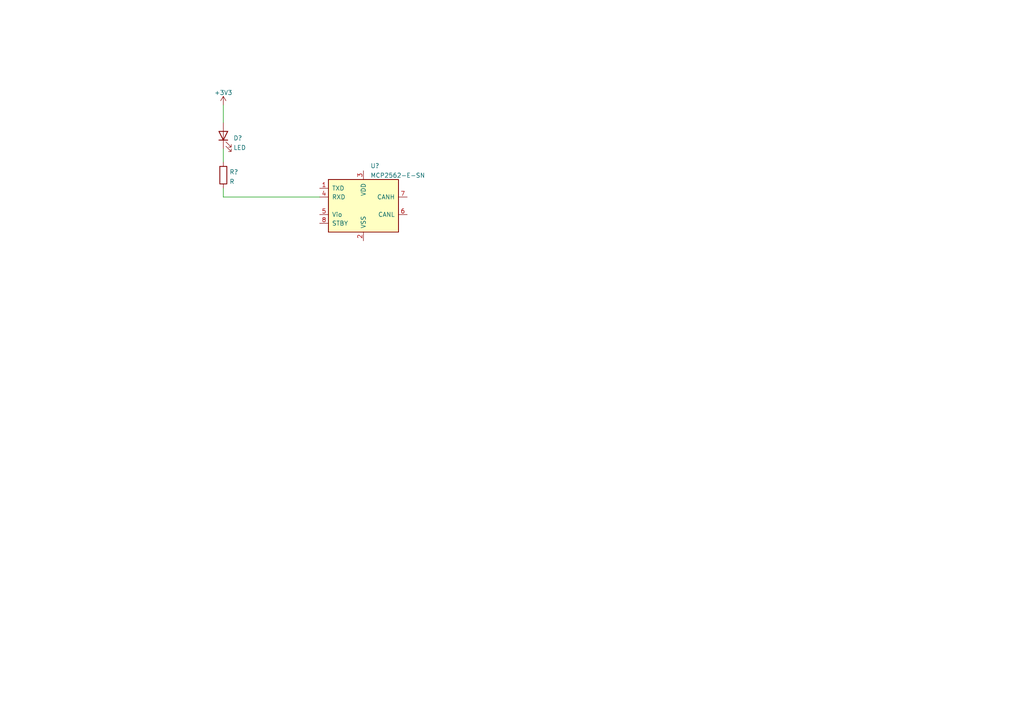
<source format=kicad_sch>
(kicad_sch (version 20211123) (generator eeschema)
  (paper "A4")
  (lib_symbols
    (symbol "Device:LED" (pin_numbers hide) (pin_names (offset 1.016) hide)
      (property "Reference" "D" (at 0 2.54 0))
      (property "Value" "LED" (at 0 -2.54 0))
      (symbol "LED_0_1"
        (polyline (pts (xy -1.27 -1.27) (xy -1.27 1.27)) (stroke (width 0.254)))
        (polyline (pts (xy -1.27 0) (xy 1.27 0)))
        (polyline (pts (xy 1.27 -1.27) (xy 1.27 1.27) (xy -1.27 0) (xy 1.27 -1.27)) (stroke (width 0.254)))
        (polyline (pts (xy -3.048 -0.762) (xy -4.572 -2.286) (xy -3.81 -2.286) (xy -4.572 -2.286) (xy -4.572 -1.524)))
        (polyline (pts (xy -1.778 -0.762) (xy -3.302 -2.286) (xy -2.54 -2.286) (xy -3.302 -2.286) (xy -3.302 -1.524)))
      )
      (symbol "LED_1_1"
        (pin passive line (at -3.81 0 0) (length 2.54) (name "K") (number "1"))
        (pin passive line (at 3.81 0 180) (length 2.54) (name "A") (number "2"))
      )
    )
    (symbol "Device:R" (pin_numbers hide) (pin_names (offset 0))
      (property "Reference" "R" (at 2.032 0 90))
      (property "Value" "R" (at 0 0 90))
      (symbol "R_0_1"
        (rectangle (start -1.016 -2.54) (end 1.016 2.54) (stroke (width 0.254)))
      )
      (symbol "R_1_1"
        (pin passive line (at 0 3.81 270) (length 1.27) (name "~") (number "1"))
        (pin passive line (at 0 -3.81 90) (length 1.27) (name "~") (number "2"))
      )
    )
    (symbol "Interface_CAN_LIN:MCP2562-E-SN" (pin_names (offset 1.016))
      (property "Reference" "U" (at -10.16 8.89 0))
      (property "Value" "MCP2562-E-SN" (at 2.54 8.89 0))
      (symbol "MCP2562-E-SN_0_1"
        (rectangle (start -10.16 7.62) (end 10.16 -7.62) (stroke (width 0.254)) (fill (type background)))
      )
      (symbol "MCP2562-E-SN_1_1"
        (pin input line (at -12.7 5.08 0) (length 2.54) (name "TXD") (number "1"))
        (pin power_in line (at 0 -10.16 90) (length 2.54) (name "VSS") (number "2"))
        (pin power_in line (at 0 10.16 270) (length 2.54) (name "VDD") (number "3"))
        (pin output line (at -12.7 2.54 0) (length 2.54) (name "RXD") (number "4"))
        (pin power_in line (at -12.7 -2.54 0) (length 2.54) (name "Vio") (number "5"))
        (pin bidirectional line (at 12.7 -2.54 180) (length 2.54) (name "CANL") (number "6"))
        (pin bidirectional line (at 12.7 2.54 180) (length 2.54) (name "CANH") (number "7"))
        (pin input line (at -12.7 -5.08 0) (length 2.54) (name "STBY") (number "8"))
      )
    )
    (symbol "power:+3.3V" (power) (pin_names (offset 0))
      (property "Value" "+3.3V" (at 0 3.556 0))
      (symbol "+3.3V_0_1"
        (polyline (pts (xy -0.762 1.27) (xy 0 2.54)))
        (polyline (pts (xy 0 0) (xy 0 2.54)))
        (polyline (pts (xy 0 2.54) (xy 0.762 1.27)))
      )
      (symbol "+3.3V_1_1"
        (pin power_in line (at 0 0 90) (length 0) hide (name "+3V3") (number "1"))
      )
    )
  )
  (wire (pts (xy 64.77 43.18) (xy 64.77 46.99)))
  (wire (pts (xy 64.77 30.48) (xy 64.77 35.56)))
  (wire (pts (xy 64.77 57.15) (xy 92.71 57.15)))
  (wire (pts (xy 64.77 57.15) (xy 64.77 54.61)))
  (symbol (lib_id "Device:R") (at 64.77 50.8 0) (unit 1)
    (property "Reference" "R?" (at 66.548 49.8915 0) (effects (justify left)))
    (property "Value" "R" (at 66.548 52.6666 0) (effects (justify left)))
  )
  (symbol (lib_id "Interface_CAN_LIN:MCP2562-E-SN") (at 105.41 59.69 0) (unit 1)
    (property "Reference" "U?" (at 107.4294 48.1035 0) (effects (justify left)))
    (property "Value" "MCP2562-E-SN" (at 107.4294 50.8786 0) (effects (justify left)))
    (property "Footprint" "Package_SO:SOIC-8_3.9x4.9mm_P1.27mm" (effects hide))
    (property "Datasheet" "http://ww1.microchip.com/downloads/en/DeviceDoc/25167A.pdf" (effects hide))
  )
  (symbol (lib_id "power:+3.3V") (at 64.77 30.48 0) (unit 1)
    (property "Reference" "#PWR?" (effects hide))
    (property "Value" "+3.3V" (at 64.77 26.8755 0))
  )
  (symbol (lib_id "Device:LED") (at 64.77 39.37 90) (unit 1)
    (property "Reference" "D?" (at 67.691 40.049 90) (effects (justify right)))
    (property "Value" "LED" (at 67.691 42.8241 90) (effects (justify right)))
  )
)
</source>
